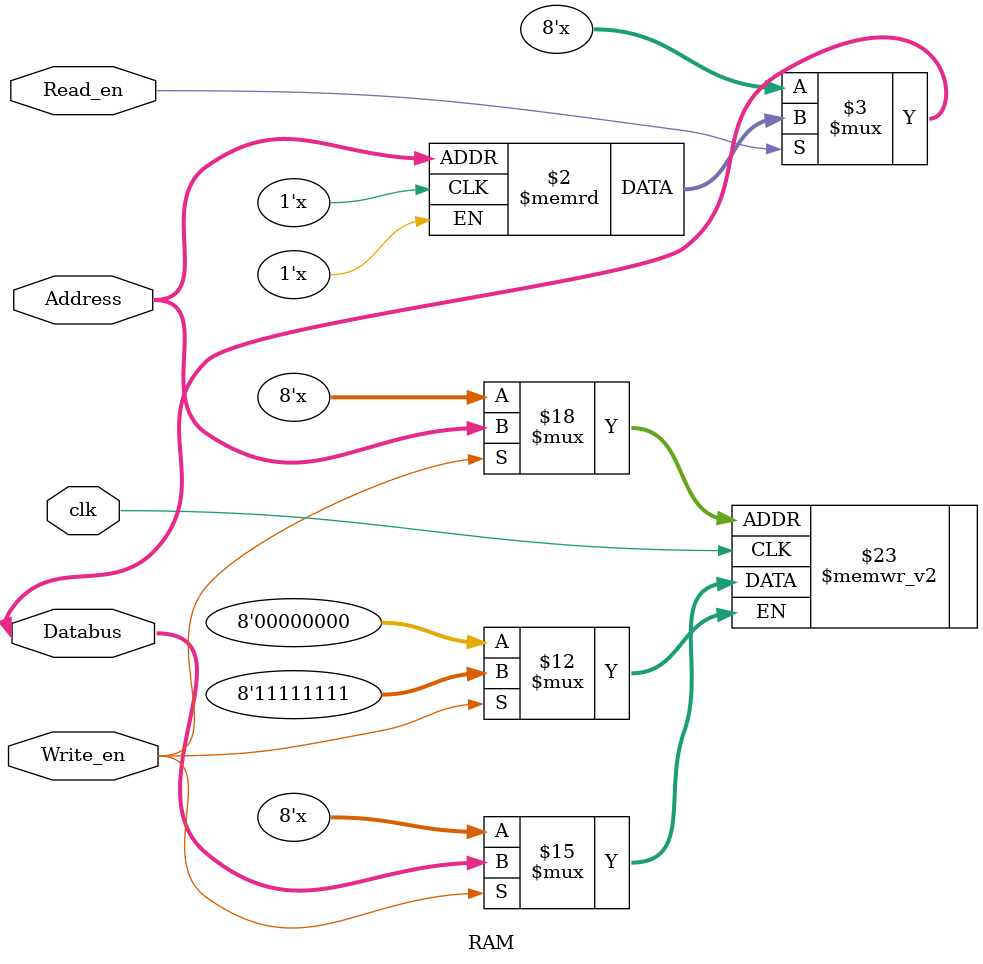
<source format=v>
`timescale 1ns / 1ps
module RAM(clk,Address,Databus,Write_en,Read_en);

	                //inputs
	
   
   input[7:0] Address;
   input Write_en,Read_en,clk;
	
 
                  //inour
	inout[7:0] Databus;
           
			         // reg
    reg[7:0] Cel[15:0];
  
                 // Reading data
	 assign Databus = (Read_en) ? Cel[Address]: 8'bz;
  
                // Writing data
  
  always @ (posedge clk) begin
    if(Write_en)
	 Cel[Address] = Databus;  
  end	 	

endmodule

</source>
